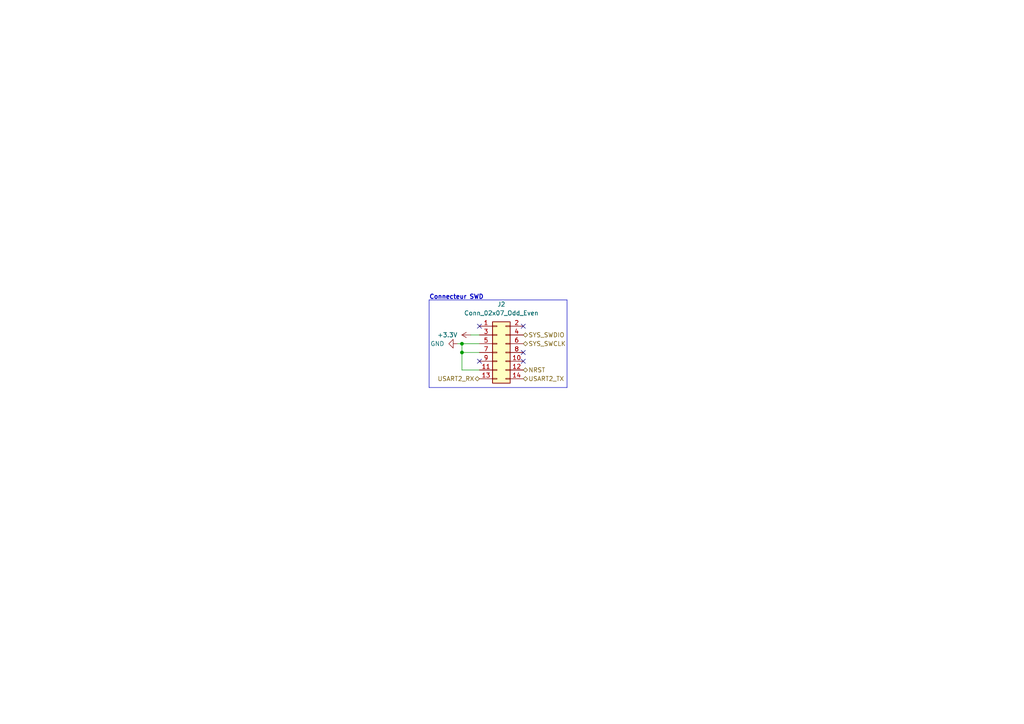
<source format=kicad_sch>
(kicad_sch (version 20230121) (generator eeschema)

  (uuid 861130cc-d116-4983-8fcb-caa9117592ef)

  (paper "A4")

  (lib_symbols
    (symbol "Connector_Generic:Conn_02x07_Odd_Even" (pin_names (offset 1.016) hide) (in_bom yes) (on_board yes)
      (property "Reference" "J" (at 1.27 10.16 0)
        (effects (font (size 1.27 1.27)))
      )
      (property "Value" "Conn_02x07_Odd_Even" (at 1.27 -10.16 0)
        (effects (font (size 1.27 1.27)))
      )
      (property "Footprint" "" (at 0 0 0)
        (effects (font (size 1.27 1.27)) hide)
      )
      (property "Datasheet" "~" (at 0 0 0)
        (effects (font (size 1.27 1.27)) hide)
      )
      (property "ki_keywords" "connector" (at 0 0 0)
        (effects (font (size 1.27 1.27)) hide)
      )
      (property "ki_description" "Generic connector, double row, 02x07, odd/even pin numbering scheme (row 1 odd numbers, row 2 even numbers), script generated (kicad-library-utils/schlib/autogen/connector/)" (at 0 0 0)
        (effects (font (size 1.27 1.27)) hide)
      )
      (property "ki_fp_filters" "Connector*:*_2x??_*" (at 0 0 0)
        (effects (font (size 1.27 1.27)) hide)
      )
      (symbol "Conn_02x07_Odd_Even_1_1"
        (rectangle (start -1.27 -7.493) (end 0 -7.747)
          (stroke (width 0.1524) (type default))
          (fill (type none))
        )
        (rectangle (start -1.27 -4.953) (end 0 -5.207)
          (stroke (width 0.1524) (type default))
          (fill (type none))
        )
        (rectangle (start -1.27 -2.413) (end 0 -2.667)
          (stroke (width 0.1524) (type default))
          (fill (type none))
        )
        (rectangle (start -1.27 0.127) (end 0 -0.127)
          (stroke (width 0.1524) (type default))
          (fill (type none))
        )
        (rectangle (start -1.27 2.667) (end 0 2.413)
          (stroke (width 0.1524) (type default))
          (fill (type none))
        )
        (rectangle (start -1.27 5.207) (end 0 4.953)
          (stroke (width 0.1524) (type default))
          (fill (type none))
        )
        (rectangle (start -1.27 7.747) (end 0 7.493)
          (stroke (width 0.1524) (type default))
          (fill (type none))
        )
        (rectangle (start -1.27 8.89) (end 3.81 -8.89)
          (stroke (width 0.254) (type default))
          (fill (type background))
        )
        (rectangle (start 3.81 -7.493) (end 2.54 -7.747)
          (stroke (width 0.1524) (type default))
          (fill (type none))
        )
        (rectangle (start 3.81 -4.953) (end 2.54 -5.207)
          (stroke (width 0.1524) (type default))
          (fill (type none))
        )
        (rectangle (start 3.81 -2.413) (end 2.54 -2.667)
          (stroke (width 0.1524) (type default))
          (fill (type none))
        )
        (rectangle (start 3.81 0.127) (end 2.54 -0.127)
          (stroke (width 0.1524) (type default))
          (fill (type none))
        )
        (rectangle (start 3.81 2.667) (end 2.54 2.413)
          (stroke (width 0.1524) (type default))
          (fill (type none))
        )
        (rectangle (start 3.81 5.207) (end 2.54 4.953)
          (stroke (width 0.1524) (type default))
          (fill (type none))
        )
        (rectangle (start 3.81 7.747) (end 2.54 7.493)
          (stroke (width 0.1524) (type default))
          (fill (type none))
        )
        (pin passive line (at -5.08 7.62 0) (length 3.81)
          (name "Pin_1" (effects (font (size 1.27 1.27))))
          (number "1" (effects (font (size 1.27 1.27))))
        )
        (pin passive line (at 7.62 -2.54 180) (length 3.81)
          (name "Pin_10" (effects (font (size 1.27 1.27))))
          (number "10" (effects (font (size 1.27 1.27))))
        )
        (pin passive line (at -5.08 -5.08 0) (length 3.81)
          (name "Pin_11" (effects (font (size 1.27 1.27))))
          (number "11" (effects (font (size 1.27 1.27))))
        )
        (pin passive line (at 7.62 -5.08 180) (length 3.81)
          (name "Pin_12" (effects (font (size 1.27 1.27))))
          (number "12" (effects (font (size 1.27 1.27))))
        )
        (pin passive line (at -5.08 -7.62 0) (length 3.81)
          (name "Pin_13" (effects (font (size 1.27 1.27))))
          (number "13" (effects (font (size 1.27 1.27))))
        )
        (pin passive line (at 7.62 -7.62 180) (length 3.81)
          (name "Pin_14" (effects (font (size 1.27 1.27))))
          (number "14" (effects (font (size 1.27 1.27))))
        )
        (pin passive line (at 7.62 7.62 180) (length 3.81)
          (name "Pin_2" (effects (font (size 1.27 1.27))))
          (number "2" (effects (font (size 1.27 1.27))))
        )
        (pin passive line (at -5.08 5.08 0) (length 3.81)
          (name "Pin_3" (effects (font (size 1.27 1.27))))
          (number "3" (effects (font (size 1.27 1.27))))
        )
        (pin passive line (at 7.62 5.08 180) (length 3.81)
          (name "Pin_4" (effects (font (size 1.27 1.27))))
          (number "4" (effects (font (size 1.27 1.27))))
        )
        (pin passive line (at -5.08 2.54 0) (length 3.81)
          (name "Pin_5" (effects (font (size 1.27 1.27))))
          (number "5" (effects (font (size 1.27 1.27))))
        )
        (pin passive line (at 7.62 2.54 180) (length 3.81)
          (name "Pin_6" (effects (font (size 1.27 1.27))))
          (number "6" (effects (font (size 1.27 1.27))))
        )
        (pin passive line (at -5.08 0 0) (length 3.81)
          (name "Pin_7" (effects (font (size 1.27 1.27))))
          (number "7" (effects (font (size 1.27 1.27))))
        )
        (pin passive line (at 7.62 0 180) (length 3.81)
          (name "Pin_8" (effects (font (size 1.27 1.27))))
          (number "8" (effects (font (size 1.27 1.27))))
        )
        (pin passive line (at -5.08 -2.54 0) (length 3.81)
          (name "Pin_9" (effects (font (size 1.27 1.27))))
          (number "9" (effects (font (size 1.27 1.27))))
        )
      )
    )
    (symbol "power:+3.3V" (power) (pin_names (offset 0)) (in_bom yes) (on_board yes)
      (property "Reference" "#PWR" (at 0 -3.81 0)
        (effects (font (size 1.27 1.27)) hide)
      )
      (property "Value" "+3.3V" (at 0 3.556 0)
        (effects (font (size 1.27 1.27)))
      )
      (property "Footprint" "" (at 0 0 0)
        (effects (font (size 1.27 1.27)) hide)
      )
      (property "Datasheet" "" (at 0 0 0)
        (effects (font (size 1.27 1.27)) hide)
      )
      (property "ki_keywords" "global power" (at 0 0 0)
        (effects (font (size 1.27 1.27)) hide)
      )
      (property "ki_description" "Power symbol creates a global label with name \"+3.3V\"" (at 0 0 0)
        (effects (font (size 1.27 1.27)) hide)
      )
      (symbol "+3.3V_0_1"
        (polyline
          (pts
            (xy -0.762 1.27)
            (xy 0 2.54)
          )
          (stroke (width 0) (type default))
          (fill (type none))
        )
        (polyline
          (pts
            (xy 0 0)
            (xy 0 2.54)
          )
          (stroke (width 0) (type default))
          (fill (type none))
        )
        (polyline
          (pts
            (xy 0 2.54)
            (xy 0.762 1.27)
          )
          (stroke (width 0) (type default))
          (fill (type none))
        )
      )
      (symbol "+3.3V_1_1"
        (pin power_in line (at 0 0 90) (length 0) hide
          (name "+3.3V" (effects (font (size 1.27 1.27))))
          (number "1" (effects (font (size 1.27 1.27))))
        )
      )
    )
    (symbol "power:GND" (power) (pin_names (offset 0)) (in_bom yes) (on_board yes)
      (property "Reference" "#PWR" (at 0 -6.35 0)
        (effects (font (size 1.27 1.27)) hide)
      )
      (property "Value" "GND" (at 0 -3.81 0)
        (effects (font (size 1.27 1.27)))
      )
      (property "Footprint" "" (at 0 0 0)
        (effects (font (size 1.27 1.27)) hide)
      )
      (property "Datasheet" "" (at 0 0 0)
        (effects (font (size 1.27 1.27)) hide)
      )
      (property "ki_keywords" "global power" (at 0 0 0)
        (effects (font (size 1.27 1.27)) hide)
      )
      (property "ki_description" "Power symbol creates a global label with name \"GND\" , ground" (at 0 0 0)
        (effects (font (size 1.27 1.27)) hide)
      )
      (symbol "GND_0_1"
        (polyline
          (pts
            (xy 0 0)
            (xy 0 -1.27)
            (xy 1.27 -1.27)
            (xy 0 -2.54)
            (xy -1.27 -1.27)
            (xy 0 -1.27)
          )
          (stroke (width 0) (type default))
          (fill (type none))
        )
      )
      (symbol "GND_1_1"
        (pin power_in line (at 0 0 270) (length 0) hide
          (name "GND" (effects (font (size 1.27 1.27))))
          (number "1" (effects (font (size 1.27 1.27))))
        )
      )
    )
  )

  (junction (at 133.985 102.235) (diameter 0) (color 0 0 0 0)
    (uuid c7b1f8c9-2d38-4693-8970-c8514318b4d2)
  )
  (junction (at 133.985 99.695) (diameter 0) (color 0 0 0 0)
    (uuid ffd7dd19-0eb2-496a-82dd-16a3db4b6e81)
  )

  (no_connect (at 151.765 94.615) (uuid 23574639-9c14-4ecd-9303-a55c7f01b634))
  (no_connect (at 151.765 102.235) (uuid 28a59eb4-4091-452e-8c44-d0199b42720e))
  (no_connect (at 139.065 104.775) (uuid 354ff103-03c3-471f-9e82-d3b7ced956fd))
  (no_connect (at 139.065 94.615) (uuid 52c4b038-ce33-4153-b0ec-d2a3ae1cffd9))
  (no_connect (at 151.765 104.775) (uuid f8ac9407-d03e-4e61-be05-538898c60bcb))

  (wire (pts (xy 139.065 99.695) (xy 133.985 99.695))
    (stroke (width 0) (type default))
    (uuid 125eb78f-009f-4671-881a-45bfbce4232e)
  )
  (wire (pts (xy 133.985 102.235) (xy 133.985 107.315))
    (stroke (width 0) (type default))
    (uuid 17e8375d-0af4-4d60-ab96-1fe80475610e)
  )
  (polyline (pts (xy 124.46 86.995) (xy 164.465 86.995))
    (stroke (width 0) (type default))
    (uuid 3113d86e-ca09-4562-99b5-d999c3af98a5)
  )

  (wire (pts (xy 133.985 107.315) (xy 139.065 107.315))
    (stroke (width 0) (type default))
    (uuid 3629f159-35f5-4f08-ab06-66ce7a120871)
  )
  (wire (pts (xy 133.985 99.695) (xy 133.985 102.235))
    (stroke (width 0) (type default))
    (uuid 597949d6-16e4-448c-b24a-580ba107b58b)
  )
  (wire (pts (xy 139.065 102.235) (xy 133.985 102.235))
    (stroke (width 0) (type default))
    (uuid 5db36625-3ccd-4106-a85b-13fb7ee1fe8e)
  )
  (polyline (pts (xy 124.46 86.995) (xy 124.46 112.395))
    (stroke (width 0) (type default))
    (uuid 6d5914c5-47fb-4735-935f-cf090a95a684)
  )
  (polyline (pts (xy 124.46 112.395) (xy 164.465 112.395))
    (stroke (width 0) (type default))
    (uuid 755ee510-cbcb-43c8-bdf6-ac744b170995)
  )

  (wire (pts (xy 136.525 97.155) (xy 139.065 97.155))
    (stroke (width 0) (type default))
    (uuid 9f08d356-f2de-4ed0-af36-93bb4e4173da)
  )
  (wire (pts (xy 132.715 99.695) (xy 133.985 99.695))
    (stroke (width 0) (type default))
    (uuid a0d6ac6c-fca3-4b10-a019-7e2be7e61e4f)
  )
  (polyline (pts (xy 164.465 112.395) (xy 164.465 86.995))
    (stroke (width 0) (type default))
    (uuid c599fec3-6423-4cab-86a9-659cd3e820e6)
  )

  (text "Connecteur SWD" (at 124.46 86.995 0)
    (effects (font (size 1.27 1.27) bold) (justify left bottom))
    (uuid fbc0f0a3-abb7-4991-a829-a9c2604e667c)
  )

  (hierarchical_label "USART2_RX" (shape bidirectional) (at 139.065 109.855 180) (fields_autoplaced)
    (effects (font (size 1.27 1.27)) (justify right))
    (uuid 20d1dedf-0cd8-4b10-9d8b-97cb403107b7)
  )
  (hierarchical_label "SYS_SWDIO" (shape bidirectional) (at 151.765 97.155 0) (fields_autoplaced)
    (effects (font (size 1.27 1.27)) (justify left))
    (uuid 71485701-4c8e-48d7-a090-d1f7945083c2)
  )
  (hierarchical_label "USART2_TX" (shape bidirectional) (at 151.765 109.855 0) (fields_autoplaced)
    (effects (font (size 1.27 1.27)) (justify left))
    (uuid 868a598e-8c6a-45e9-876a-a170ab9ba1d5)
  )
  (hierarchical_label "SYS_SWCLK" (shape bidirectional) (at 151.765 99.695 0) (fields_autoplaced)
    (effects (font (size 1.27 1.27)) (justify left))
    (uuid a154fe49-da4c-4f6c-9b78-1f25a4149c62)
  )
  (hierarchical_label "NRST" (shape bidirectional) (at 151.765 107.315 0) (fields_autoplaced)
    (effects (font (size 1.27 1.27)) (justify left))
    (uuid ea2389f1-14da-4589-9499-5364d6497b7c)
  )

  (symbol (lib_id "Connector_Generic:Conn_02x07_Odd_Even") (at 144.145 102.235 0) (unit 1)
    (in_bom yes) (on_board yes) (dnp no) (fields_autoplaced)
    (uuid 38287437-b2cb-48d5-9bc8-a83380e32fe7)
    (property "Reference" "J2" (at 145.415 88.265 0)
      (effects (font (size 1.27 1.27)))
    )
    (property "Value" "Conn_02x07_Odd_Even" (at 145.415 90.805 0)
      (effects (font (size 1.27 1.27)))
    )
    (property "Footprint" "Connector_PinHeader_1.27mm:PinHeader_2x07_P1.27mm_Vertical_SMD" (at 144.145 102.235 0)
      (effects (font (size 1.27 1.27)) hide)
    )
    (property "Datasheet" "~" (at 144.145 102.235 0)
      (effects (font (size 1.27 1.27)) hide)
    )
    (pin "12" (uuid e90c0768-1ec9-4d80-86ee-b35415e64d1b))
    (pin "2" (uuid 51a7af1c-1772-4e37-903f-d934982dbac3))
    (pin "3" (uuid ba69e228-a52d-4ce5-9709-191c5f87af79))
    (pin "9" (uuid 2bc44c21-7e39-493b-b363-411f3c95d4c8))
    (pin "5" (uuid a3a3481c-1252-423f-b126-bc6630c02686))
    (pin "14" (uuid ce67d407-da67-4c69-8ff8-511944a1a27d))
    (pin "6" (uuid f7f9f220-9e7c-42fa-88af-7b3a6a7136cc))
    (pin "13" (uuid 14906b68-8bbe-440f-beea-4244205e1745))
    (pin "4" (uuid 46662d99-0a27-4e9c-b7b1-35be44b48601))
    (pin "7" (uuid 6dacb195-66fb-4b2a-ba45-2c76b06daa82))
    (pin "8" (uuid 37e0a62b-323e-4d5a-b119-5c6c0690205e))
    (pin "11" (uuid 674d5269-002d-4bdd-82d5-482f8253a4ca))
    (pin "10" (uuid 7dac5e62-1bba-4dce-b0b8-7118ff2d42e3))
    (pin "1" (uuid ff283170-373d-4864-bcc2-2099d993d944))
    (instances
      (project "Projet_PAZ"
        (path "/2ce892fe-c082-4bae-b2dd-3c3e6d69cf95/83cc595a-d23e-459b-b3bb-8da3b148994f"
          (reference "J2") (unit 1)
        )
      )
    )
  )

  (symbol (lib_id "power:GND") (at 132.715 99.695 270) (unit 1)
    (in_bom yes) (on_board yes) (dnp no) (fields_autoplaced)
    (uuid 6fcb99d2-b423-451d-a77a-c6fd6050ed84)
    (property "Reference" "#PWR017" (at 126.365 99.695 0)
      (effects (font (size 1.27 1.27)) hide)
    )
    (property "Value" "GND" (at 128.905 99.695 90)
      (effects (font (size 1.27 1.27)) (justify right))
    )
    (property "Footprint" "" (at 132.715 99.695 0)
      (effects (font (size 1.27 1.27)) hide)
    )
    (property "Datasheet" "" (at 132.715 99.695 0)
      (effects (font (size 1.27 1.27)) hide)
    )
    (pin "1" (uuid 27530d30-9fa8-4aae-b9cf-37d9987ddc17))
    (instances
      (project "Projet_PAZ"
        (path "/2ce892fe-c082-4bae-b2dd-3c3e6d69cf95/83cc595a-d23e-459b-b3bb-8da3b148994f"
          (reference "#PWR017") (unit 1)
        )
      )
    )
  )

  (symbol (lib_id "power:+3.3V") (at 136.525 97.155 90) (unit 1)
    (in_bom yes) (on_board yes) (dnp no) (fields_autoplaced)
    (uuid 8b45b067-1073-4e12-a792-df0f13bcf9cf)
    (property "Reference" "#PWR020" (at 140.335 97.155 0)
      (effects (font (size 1.27 1.27)) hide)
    )
    (property "Value" "+3.3V" (at 132.715 97.155 90)
      (effects (font (size 1.27 1.27)) (justify left))
    )
    (property "Footprint" "" (at 136.525 97.155 0)
      (effects (font (size 1.27 1.27)) hide)
    )
    (property "Datasheet" "" (at 136.525 97.155 0)
      (effects (font (size 1.27 1.27)) hide)
    )
    (pin "1" (uuid cf43d961-a75f-4777-bfce-b9f29034a9e0))
    (instances
      (project "Projet_PAZ"
        (path "/2ce892fe-c082-4bae-b2dd-3c3e6d69cf95/83cc595a-d23e-459b-b3bb-8da3b148994f"
          (reference "#PWR020") (unit 1)
        )
      )
    )
  )
)

</source>
